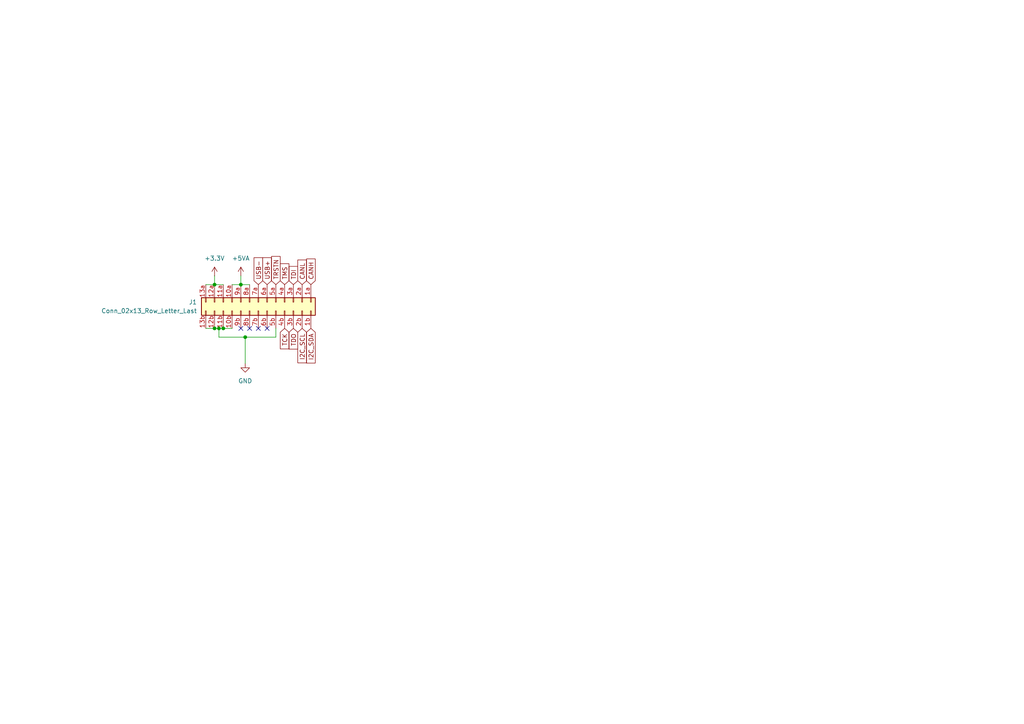
<source format=kicad_sch>
(kicad_sch (version 20231120) (generator "eeschema") (generator_version "8.0")
  (paper "A4")
  (lib_symbols
    (symbol "Connector_Generic:Conn_02x13_Row_Letter_Last" (pin_names (offset 1.016) hide)
      (property "Reference" "J" (at 1.27 17.78 0))
      (property "Value" "Conn_02x13_Row_Letter_Last" (at 1.27 -17.78 0))
      (symbol "Conn_02x13_Row_Letter_Last_1_1"
        (rectangle (start -1.27 -15.113) (end 0 -15.367) (stroke (width 0.1524)))
        (rectangle (start -1.27 -12.573) (end 0 -12.827) (stroke (width 0.1524)))
        (rectangle (start -1.27 -10.033) (end 0 -10.287) (stroke (width 0.1524)))
        (rectangle (start -1.27 -7.493) (end 0 -7.747) (stroke (width 0.1524)))
        (rectangle (start -1.27 -4.953) (end 0 -5.207) (stroke (width 0.1524)))
        (rectangle (start -1.27 -2.413) (end 0 -2.667) (stroke (width 0.1524)))
        (rectangle (start -1.27 0.127) (end 0 -0.127) (stroke (width 0.1524)))
        (rectangle (start -1.27 2.667) (end 0 2.413) (stroke (width 0.1524)))
        (rectangle (start -1.27 5.207) (end 0 4.953) (stroke (width 0.1524)))
        (rectangle (start -1.27 7.747) (end 0 7.493) (stroke (width 0.1524)))
        (rectangle (start -1.27 10.287) (end 0 10.033) (stroke (width 0.1524)))
        (rectangle (start -1.27 12.827) (end 0 12.573) (stroke (width 0.1524)))
        (rectangle (start -1.27 15.367) (end 0 15.113) (stroke (width 0.1524)))
        (rectangle (start -1.27 16.51) (end 3.81 -16.51) (stroke (width 0.254)) (fill (type background)))
        (rectangle (start 3.81 -15.113) (end 2.54 -15.367) (stroke (width 0.1524)))
        (rectangle (start 3.81 -12.573) (end 2.54 -12.827) (stroke (width 0.1524)))
        (rectangle (start 3.81 -10.033) (end 2.54 -10.287) (stroke (width 0.1524)))
        (rectangle (start 3.81 -7.493) (end 2.54 -7.747) (stroke (width 0.1524)))
        (rectangle (start 3.81 -4.953) (end 2.54 -5.207) (stroke (width 0.1524)))
        (rectangle (start 3.81 -2.413) (end 2.54 -2.667) (stroke (width 0.1524)))
        (rectangle (start 3.81 0.127) (end 2.54 -0.127) (stroke (width 0.1524)))
        (rectangle (start 3.81 2.667) (end 2.54 2.413) (stroke (width 0.1524)))
        (rectangle (start 3.81 5.207) (end 2.54 4.953) (stroke (width 0.1524)))
        (rectangle (start 3.81 7.747) (end 2.54 7.493) (stroke (width 0.1524)))
        (rectangle (start 3.81 10.287) (end 2.54 10.033) (stroke (width 0.1524)))
        (rectangle (start 3.81 12.827) (end 2.54 12.573) (stroke (width 0.1524)))
        (rectangle (start 3.81 15.367) (end 2.54 15.113) (stroke (width 0.1524)))
        (pin passive line (at -5.08 -7.62 0) (length 3.81) (name "Pin_10a") (number "10a"))
        (pin passive line (at 7.62 -7.62 180) (length 3.81) (name "Pin_10b") (number "10b"))
        (pin passive line (at -5.08 -10.16 0) (length 3.81) (name "Pin_11a") (number "11a"))
        (pin passive line (at 7.62 -10.16 180) (length 3.81) (name "Pin_11b") (number "11b"))
        (pin passive line (at -5.08 -12.7 0) (length 3.81) (name "Pin_12a") (number "12a"))
        (pin passive line (at 7.62 -12.7 180) (length 3.81) (name "Pin_12b") (number "12b"))
        (pin passive line (at -5.08 -15.24 0) (length 3.81) (name "Pin_13a") (number "13a"))
        (pin passive line (at 7.62 -15.24 180) (length 3.81) (name "Pin_13b") (number "13b"))
        (pin passive line (at -5.08 15.24 0) (length 3.81) (name "Pin_1a") (number "1a"))
        (pin passive line (at 7.62 15.24 180) (length 3.81) (name "Pin_1b") (number "1b"))
        (pin passive line (at -5.08 12.7 0) (length 3.81) (name "Pin_2a") (number "2a"))
        (pin passive line (at 7.62 12.7 180) (length 3.81) (name "Pin_2b") (number "2b"))
        (pin passive line (at -5.08 10.16 0) (length 3.81) (name "Pin_3a") (number "3a"))
        (pin passive line (at 7.62 10.16 180) (length 3.81) (name "Pin_3b") (number "3b"))
        (pin passive line (at -5.08 7.62 0) (length 3.81) (name "Pin_4a") (number "4a"))
        (pin passive line (at 7.62 7.62 180) (length 3.81) (name "Pin_4b") (number "4b"))
        (pin passive line (at -5.08 5.08 0) (length 3.81) (name "Pin_5a") (number "5a"))
        (pin passive line (at 7.62 5.08 180) (length 3.81) (name "Pin_5b") (number "5b"))
        (pin passive line (at -5.08 2.54 0) (length 3.81) (name "Pin_6a") (number "6a"))
        (pin passive line (at 7.62 2.54 180) (length 3.81) (name "Pin_6b") (number "6b"))
        (pin passive line (at -5.08 0 0) (length 3.81) (name "Pin_7a") (number "7a"))
        (pin passive line (at 7.62 0 180) (length 3.81) (name "Pin_7b") (number "7b"))
        (pin passive line (at -5.08 -2.54 0) (length 3.81) (name "Pin_8a") (number "8a"))
        (pin passive line (at 7.62 -2.54 180) (length 3.81) (name "Pin_8b") (number "8b"))
        (pin passive line (at -5.08 -5.08 0) (length 3.81) (name "Pin_9a") (number "9a"))
        (pin passive line (at 7.62 -5.08 180) (length 3.81) (name "Pin_9b") (number "9b"))
      )
    )
    (symbol "power:+3.3V" (power) (pin_numbers hide) (pin_names (offset 0) hide)
      (property "Value" "+3.3V" (at 0 3.556 0))
      (symbol "+3.3V_0_1"
        (polyline (pts (xy -0.762 1.27) (xy 0 2.54)))
        (polyline (pts (xy 0 0) (xy 0 2.54)))
        (polyline (pts (xy 0 2.54) (xy 0.762 1.27)))
      )
      (symbol "+3.3V_1_1"
        (pin power_in line (at 0 0 90) (length 0) (name "~") (number "1"))
      )
    )
    (symbol "power:+5VA" (power) (pin_numbers hide) (pin_names (offset 0) hide)
      (property "Value" "+5VA" (at 0 3.556 0))
      (symbol "+5VA_0_1"
        (polyline (pts (xy -0.762 1.27) (xy 0 2.54)))
        (polyline (pts (xy 0 0) (xy 0 2.54)))
        (polyline (pts (xy 0 2.54) (xy 0.762 1.27)))
      )
      (symbol "+5VA_1_1"
        (pin power_in line (at 0 0 90) (length 0) (name "~") (number "1"))
      )
    )
    (symbol "power:GND" (power) (pin_numbers hide) (pin_names (offset 0) hide)
      (property "Value" "GND" (at 0 -3.81 0))
      (symbol "GND_0_1"
        (polyline (pts (xy 0 0) (xy 0 -1.27) (xy 1.27 -1.27) (xy 0 -2.54) (xy -1.27 -1.27) (xy 0 -1.27)))
      )
      (symbol "GND_1_1"
        (pin power_in line (at 0 0 270) (length 0) (name "~") (number "1"))
      )
    )
  )
  (junction (at 62.23 82.55))
  (junction (at 63.5 95.25))
  (junction (at 69.85 82.55))
  (junction (at 71.12 97.79))
  (junction (at 62.23 95.25))
  (junction (at 64.77 95.25))
  (no_connect (at 77.47 95.25))
  (no_connect (at 74.93 95.25))
  (no_connect (at 72.39 95.25))
  (no_connect (at 69.85 95.25))
  (wire (pts (xy 69.85 80.01) (xy 69.85 82.55)))
  (wire (pts (xy 63.5 97.79) (xy 71.12 97.79)))
  (wire (pts (xy 71.12 97.79) (xy 71.12 105.41)))
  (wire (pts (xy 59.69 82.55) (xy 62.23 82.55)))
  (wire (pts (xy 71.12 97.79) (xy 80.01 97.79)))
  (wire (pts (xy 62.23 95.25) (xy 63.5 95.25)))
  (wire (pts (xy 59.69 95.25) (xy 62.23 95.25)))
  (wire (pts (xy 63.5 95.25) (xy 63.5 97.79)))
  (wire (pts (xy 62.23 80.01) (xy 62.23 82.55)))
  (wire (pts (xy 64.77 95.25) (xy 67.31 95.25)))
  (wire (pts (xy 62.23 82.55) (xy 64.77 82.55)))
  (wire (pts (xy 69.85 82.55) (xy 72.39 82.55)))
  (wire (pts (xy 67.31 82.55) (xy 69.85 82.55)))
  (wire (pts (xy 63.5 95.25) (xy 64.77 95.25)))
  (wire (pts (xy 80.01 97.79) (xy 80.01 95.25)))
  (global_label "CANH" (shape input) (at 90.17 82.55 90) (property "Intersheetrefs" "${INTERSHEET_REFS}" (effects (hide yes))))
  (global_label "USB+" (shape input) (at 77.47 82.55 90) (property "Intersheetrefs" "${INTERSHEET_REFS}" (effects (hide yes))))
  (global_label "TDI" (shape input) (at 85.09 82.55 90) (property "Intersheetrefs" "${INTERSHEET_REFS}" (effects (hide yes))))
  (global_label "USB-" (shape input) (at 74.93 82.55 90) (property "Intersheetrefs" "${INTERSHEET_REFS}" (effects (hide yes))))
  (global_label "TRSTN" (shape input) (at 80.01 82.55 90) (property "Intersheetrefs" "${INTERSHEET_REFS}" (effects (hide yes))))
  (global_label "CANL" (shape input) (at 87.63 82.55 90) (property "Intersheetrefs" "${INTERSHEET_REFS}" (effects (hide yes))))
  (global_label "I2C_SDA" (shape input) (at 90.17 95.25 270) (property "Intersheetrefs" "${INTERSHEET_REFS}" (effects (hide yes))))
  (global_label "TDO" (shape input) (at 85.09 95.25 270) (property "Intersheetrefs" "${INTERSHEET_REFS}" (effects (hide yes))))
  (global_label "TCK" (shape input) (at 82.55 95.25 270) (property "Intersheetrefs" "${INTERSHEET_REFS}" (effects (hide yes))))
  (global_label "I2C_SCL" (shape input) (at 87.63 95.25 270) (property "Intersheetrefs" "${INTERSHEET_REFS}" (effects (hide yes))))
  (global_label "TMS" (shape input) (at 82.55 82.55 90) (property "Intersheetrefs" "${INTERSHEET_REFS}" (effects (hide yes))))
  (symbol (lib_id "Connector_Generic:Conn_02x13_Row_Letter_Last") (at 74.93 87.63 270) (unit 1)
    (property "Reference" "J1" (at 57.15 87.6299 90) (effects (justify right)))
    (property "Value" "Conn_02x13_Row_Letter_Last" (at 57.15 90.1699 90) (effects (justify right)))
    (property "Footprint" "Connector_Samtec_HSEC8:Samtec_HSEC8-113-01-X-DV_2x13_P0.8mm_Pol06_Socket" (effects (hide yes)))
    (property "Description" "Generic connector, double row, 02x13, row letter last pin numbering scheme (pin number consists of a letter for the row and a number for the pin index in this row. 1a, ..., Na; 1b, ..., Nb)), script generated (kicad-library-utils/schlib/autogen/connector/)" (effects (hide yes)))
  )
  (symbol (lib_id "power:+5VA") (at 69.85 80.01 0) (unit 1)
    (property "Reference" "#PWR018" (effects (hide yes)))
    (property "Value" "+5VA" (at 69.85 74.93 0))
    (property "Description" "Power symbol creates a global label with name \"+5VA\"" (effects (hide yes)))
  )
  (symbol (lib_id "power:+3.3V") (at 62.23 80.01 0) (unit 1)
    (property "Reference" "#PWR017" (effects (hide yes)))
    (property "Value" "+3.3V" (at 62.23 74.93 0))
    (property "Description" "Power symbol creates a global label with name \"+3.3V\"" (effects (hide yes)))
  )
  (symbol (lib_id "power:GND") (at 71.12 105.41 0) (unit 1)
    (property "Reference" "#PWR019" (effects (hide yes)))
    (property "Value" "GND" (at 71.12 110.49 0))
    (property "Description" "Power symbol creates a global label with name \"GND\" , ground" (effects (hide yes)))
  )
)
</source>
